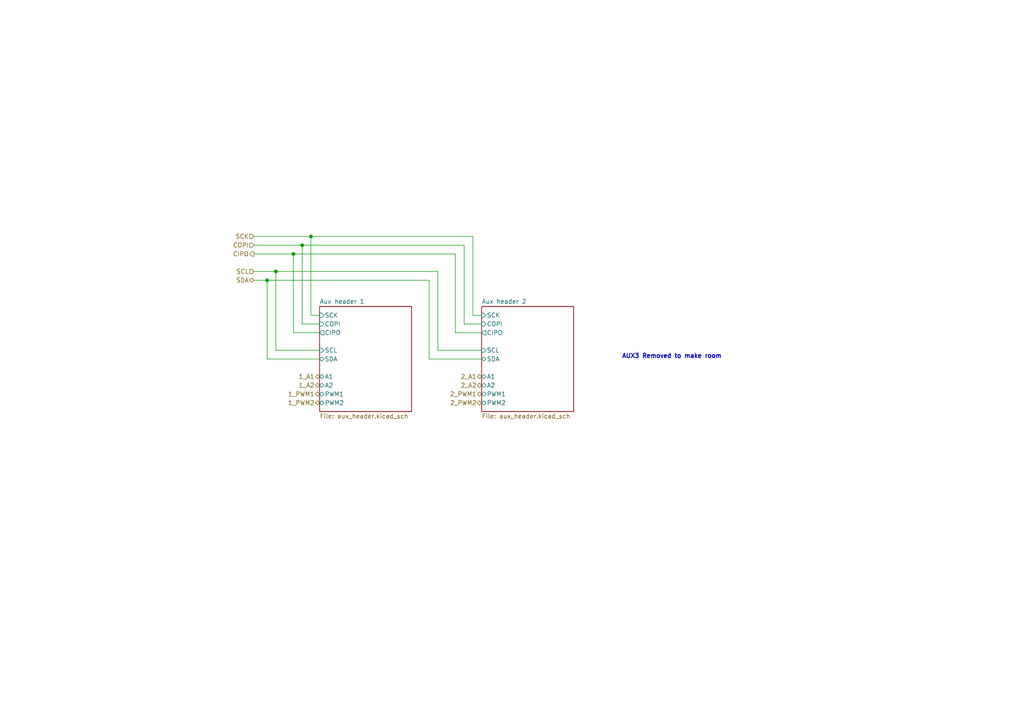
<source format=kicad_sch>
(kicad_sch (version 20211123) (generator eeschema)
  (paper "A4")
  (title_block (title "LumenPnP Motherboard") (date "2022-09-09") (rev "004A") (company "Opulo") (comment 1 "Reengineered by Magpie"))
  (lib_symbols)
  (junction (at 85.09 73.66))
  (junction (at 77.47 81.28))
  (junction (at 80.01 78.74))
  (junction (at 87.63 71.12))
  (junction (at 90.17 68.58))
  (wire (pts (xy 90.17 91.44) (xy 90.17 68.58)))
  (wire (pts (xy 77.47 104.14) (xy 92.71 104.14)))
  (wire (pts (xy 92.71 101.6) (xy 80.01 101.6)))
  (wire (pts (xy 90.17 91.44) (xy 92.71 91.44)))
  (wire (pts (xy 73.66 81.28) (xy 77.47 81.28)))
  (wire (pts (xy 139.7 101.6) (xy 127 101.6)))
  (wire (pts (xy 137.16 91.44) (xy 137.16 68.58)))
  (wire (pts (xy 124.46 81.28) (xy 124.46 104.14)))
  (wire (pts (xy 87.63 71.12) (xy 73.66 71.12)))
  (wire (pts (xy 85.09 96.52) (xy 92.71 96.52)))
  (wire (pts (xy 124.46 104.14) (xy 139.7 104.14)))
  (wire (pts (xy 132.08 96.52) (xy 132.08 73.66)))
  (wire (pts (xy 73.66 68.58) (xy 90.17 68.58)))
  (wire (pts (xy 80.01 78.74) (xy 73.66 78.74)))
  (wire (pts (xy 77.47 81.28) (xy 77.47 104.14)))
  (wire (pts (xy 87.63 93.98) (xy 92.71 93.98)))
  (wire (pts (xy 85.09 73.66) (xy 73.66 73.66)))
  (wire (pts (xy 85.09 96.52) (xy 85.09 73.66)))
  (wire (pts (xy 85.09 73.66) (xy 132.08 73.66)))
  (wire (pts (xy 134.62 93.98) (xy 139.7 93.98)))
  (wire (pts (xy 90.17 68.58) (xy 137.16 68.58)))
  (wire (pts (xy 127 101.6) (xy 127 78.74)))
  (wire (pts (xy 80.01 78.74) (xy 127 78.74)))
  (wire (pts (xy 87.63 71.12) (xy 134.62 71.12)))
  (wire (pts (xy 80.01 101.6) (xy 80.01 78.74)))
  (wire (pts (xy 134.62 93.98) (xy 134.62 71.12)))
  (wire (pts (xy 77.47 81.28) (xy 124.46 81.28)))
  (wire (pts (xy 87.63 93.98) (xy 87.63 71.12)))
  (wire (pts (xy 137.16 91.44) (xy 139.7 91.44)))
  (wire (pts (xy 132.08 96.52) (xy 139.7 96.52)))
  (text "AUX3 Removed to make room" (at 180.34 104.14 0) (effects (font (size 1.27 1.27) bold) (justify left bottom)))
  (hierarchical_label "2_PWM1" (shape bidirectional) (at 139.7 114.3 180))
  (hierarchical_label "SCL" (shape input) (at 73.66 78.74 180))
  (hierarchical_label "2_A2" (shape bidirectional) (at 139.7 111.76 180))
  (hierarchical_label "SCK" (shape input) (at 73.66 68.58 180))
  (hierarchical_label "1_PWM2" (shape bidirectional) (at 92.71 116.84 180))
  (hierarchical_label "COPI" (shape input) (at 73.66 71.12 180))
  (hierarchical_label "1_A1" (shape bidirectional) (at 92.71 109.22 180))
  (hierarchical_label "2_A1" (shape bidirectional) (at 139.7 109.22 180))
  (hierarchical_label "2_PWM2" (shape bidirectional) (at 139.7 116.84 180))
  (hierarchical_label "CIPO" (shape output) (at 73.66 73.66 180))
  (hierarchical_label "1_A2" (shape bidirectional) (at 92.71 111.76 180))
  (hierarchical_label "1_PWM1" (shape bidirectional) (at 92.71 114.3 180))
  (hierarchical_label "SDA" (shape bidirectional) (at 73.66 81.28 180))
  (sheet (at 92.71 88.9) (size 26.67 30.48) (stroke (width 0.1524))
    (property "Sheet name" "Aux header 1" (at 92.71 88.1884 0) (effects (justify left bottom)))
    (property "Sheet file" "aux_header.kicad_sch" (at 92.71 119.9646 0) (effects (justify left top)))
    (pin "PWM1" bidirectional (at 92.71 114.3 180))
    (pin "A2" bidirectional (at 92.71 111.76 180))
    (pin "A1" bidirectional (at 92.71 109.22 180))
    (pin "PWM2" bidirectional (at 92.71 116.84 180))
    (pin "COPI" input (at 92.71 93.98 180))
    (pin "CIPO" output (at 92.71 96.52 180))
    (pin "SCL" input (at 92.71 101.6 180))
    (pin "SCK" input (at 92.71 91.44 180))
    (pin "SDA" bidirectional (at 92.71 104.14 180))
  )
  (sheet (at 139.7 88.9) (size 26.67 30.48) (stroke (width 0.1524))
    (property "Sheet name" "Aux header 2" (at 139.7 88.1884 0) (effects (justify left bottom)))
    (property "Sheet file" "aux_header.kicad_sch" (at 139.7 119.9646 0) (effects (justify left top)))
    (pin "PWM1" bidirectional (at 139.7 114.3 180))
    (pin "A2" bidirectional (at 139.7 111.76 180))
    (pin "A1" bidirectional (at 139.7 109.22 180))
    (pin "PWM2" bidirectional (at 139.7 116.84 180))
    (pin "COPI" input (at 139.7 93.98 180))
    (pin "CIPO" output (at 139.7 96.52 180))
    (pin "SCL" input (at 139.7 101.6 180))
    (pin "SCK" input (at 139.7 91.44 180))
    (pin "SDA" bidirectional (at 139.7 104.14 180))
  )
)
</source>
